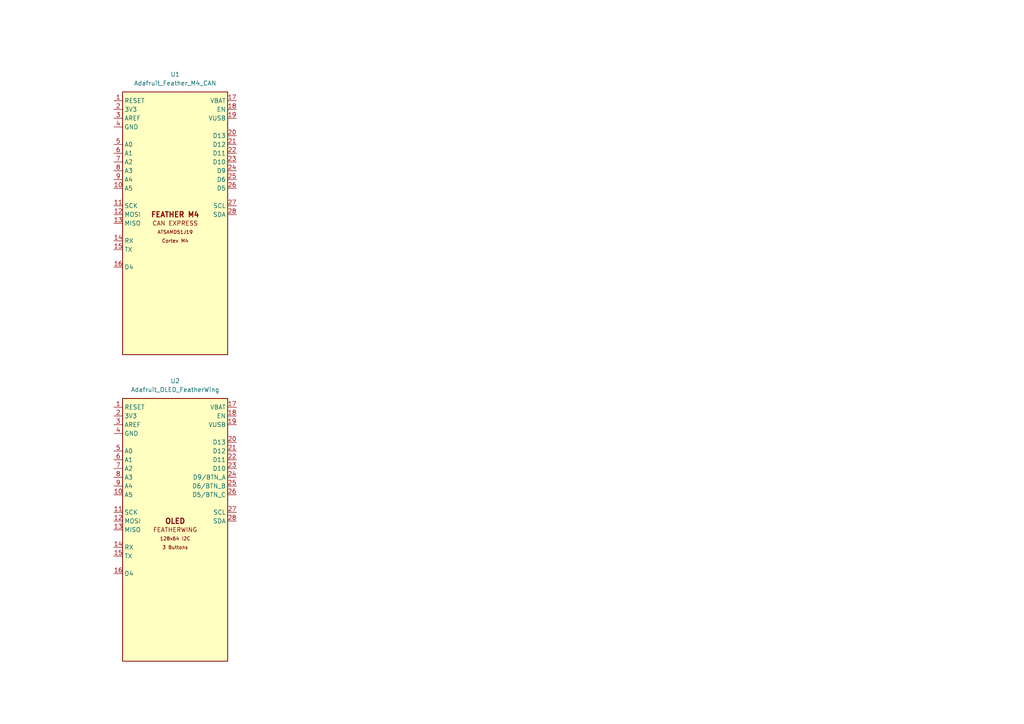
<source format=kicad_sch>
(kicad_sch (version 20250114) (generator "eeschema") (generator_version "9.0")
  (paper "A4")
  (lib_symbols
    (symbol "Adafruit:Adafruit_Feather_M4_CAN"
      (property "Reference" "U" (at 0 39.37 0))
      (property "Value" "Adafruit_Feather_M4_CAN" (at 0 -39.37 0))
      (symbol "Adafruit_Feather_M4_CAN_1_1"
        (rectangle (start -15.24 38.1) (end 15.24 -38.1) (stroke (width 0.254)) (fill (type background)))
        (text "FEATHER M4" (at 0 2.54 0) (effects (font (size 1.5 1.5) (bold yes))))
        (text "CAN EXPRESS" (at 0 0 0) (effects (font (size 1.27 1.27))))
        (text "ATSAMD51J19" (at 0 -2.54 0) (effects (font (size 1 1))))
        (text "Cortex M4" (at 0 -5.08 0) (effects (font (size 1 1))))
        (pin input line (at -17.78 35.56 0) (length 2.54) (name "RESET") (number "1"))
        (pin power_out line (at -17.78 33.02 0) (length 2.54) (name "3V3") (number "2"))
        (pin passive line (at -17.78 30.48 0) (length 2.54) (name "AREF") (number "3"))
        (pin power_in line (at -17.78 27.94 0) (length 2.54) (name "GND") (number "4"))
        (pin bidirectional line (at -17.78 22.86 0) (length 2.54) (name "A0") (number "5"))
        (pin bidirectional line (at -17.78 20.32 0) (length 2.54) (name "A1") (number "6"))
        (pin bidirectional line (at -17.78 17.78 0) (length 2.54) (name "A2") (number "7"))
        (pin bidirectional line (at -17.78 15.24 0) (length 2.54) (name "A3") (number "8"))
        (pin bidirectional line (at -17.78 12.7 0) (length 2.54) (name "A4") (number "9"))
        (pin bidirectional line (at -17.78 10.16 0) (length 2.54) (name "A5") (number "10"))
        (pin bidirectional line (at -17.78 5.08 0) (length 2.54) (name "SCK") (number "11"))
        (pin bidirectional line (at -17.78 2.54 0) (length 2.54) (name "MOSI") (number "12"))
        (pin bidirectional line (at -17.78 0 0) (length 2.54) (name "MISO") (number "13"))
        (pin bidirectional line (at -17.78 -5.08 0) (length 2.54) (name "RX") (number "14"))
        (pin bidirectional line (at -17.78 -7.62 0) (length 2.54) (name "TX") (number "15"))
        (pin bidirectional line (at -17.78 -12.7 0) (length 2.54) (name "D4") (number "16"))
        (pin power_in line (at 17.78 35.56 180) (length 2.54) (name "VBAT") (number "17"))
        (pin input line (at 17.78 33.02 180) (length 2.54) (name "EN") (number "18"))
        (pin power_out line (at 17.78 30.48 180) (length 2.54) (name "VUSB") (number "19"))
        (pin bidirectional line (at 17.78 25.4 180) (length 2.54) (name "D13") (number "20"))
        (pin bidirectional line (at 17.78 22.86 180) (length 2.54) (name "D12") (number "21"))
        (pin bidirectional line (at 17.78 20.32 180) (length 2.54) (name "D11") (number "22"))
        (pin bidirectional line (at 17.78 17.78 180) (length 2.54) (name "D10") (number "23"))
        (pin bidirectional line (at 17.78 15.24 180) (length 2.54) (name "D9") (number "24"))
        (pin bidirectional line (at 17.78 12.7 180) (length 2.54) (name "D6") (number "25"))
        (pin bidirectional line (at 17.78 10.16 180) (length 2.54) (name "D5") (number "26"))
        (pin bidirectional line (at 17.78 5.08 180) (length 2.54) (name "SCL") (number "27"))
        (pin bidirectional line (at 17.78 2.54 180) (length 2.54) (name "SDA") (number "28"))
      )
    )
    (symbol "Adafruit:Adafruit_OLED_FeatherWing"
      (property "Reference" "U" (at 0 39.37 0))
      (property "Value" "Adafruit_OLED_FeatherWing" (at 0 -39.37 0))
      (symbol "Adafruit_OLED_FeatherWing_1_1"
        (rectangle (start -15.24 38.1) (end 15.24 -38.1) (stroke (width 0.254)) (fill (type background)))
        (text "OLED" (at 0 2.54 0) (effects (font (size 1.5 1.5) (bold yes))))
        (text "FEATHERWING" (at 0 0 0) (effects (font (size 1.27 1.27))))
        (text "128x64 I2C" (at 0 -2.54 0) (effects (font (size 1 1))))
        (text "3 Buttons" (at 0 -5.08 0) (effects (font (size 1 1))))
        (pin input line (at -17.78 35.56 0) (length 2.54) (name "RESET") (number "1"))
        (pin power_out line (at -17.78 33.02 0) (length 2.54) (name "3V3") (number "2"))
        (pin passive line (at -17.78 30.48 0) (length 2.54) (name "AREF") (number "3"))
        (pin power_in line (at -17.78 27.94 0) (length 2.54) (name "GND") (number "4"))
        (pin bidirectional line (at -17.78 22.86 0) (length 2.54) (name "A0") (number "5"))
        (pin bidirectional line (at -17.78 20.32 0) (length 2.54) (name "A1") (number "6"))
        (pin bidirectional line (at -17.78 17.78 0) (length 2.54) (name "A2") (number "7"))
        (pin bidirectional line (at -17.78 15.24 0) (length 2.54) (name "A3") (number "8"))
        (pin bidirectional line (at -17.78 12.7 0) (length 2.54) (name "A4") (number "9"))
        (pin bidirectional line (at -17.78 10.16 0) (length 2.54) (name "A5") (number "10"))
        (pin bidirectional line (at -17.78 5.08 0) (length 2.54) (name "SCK") (number "11"))
        (pin bidirectional line (at -17.78 2.54 0) (length 2.54) (name "MOSI") (number "12"))
        (pin bidirectional line (at -17.78 0 0) (length 2.54) (name "MISO") (number "13"))
        (pin bidirectional line (at -17.78 -5.08 0) (length 2.54) (name "RX") (number "14"))
        (pin bidirectional line (at -17.78 -7.62 0) (length 2.54) (name "TX") (number "15"))
        (pin bidirectional line (at -17.78 -12.7 0) (length 2.54) (name "D4") (number "16"))
        (pin power_in line (at 17.78 35.56 180) (length 2.54) (name "VBAT") (number "17"))
        (pin input line (at 17.78 33.02 180) (length 2.54) (name "EN") (number "18"))
        (pin power_out line (at 17.78 30.48 180) (length 2.54) (name "VUSB") (number "19"))
        (pin bidirectional line (at 17.78 25.4 180) (length 2.54) (name "D13") (number "20"))
        (pin bidirectional line (at 17.78 22.86 180) (length 2.54) (name "D12") (number "21"))
        (pin bidirectional line (at 17.78 20.32 180) (length 2.54) (name "D11") (number "22"))
        (pin bidirectional line (at 17.78 17.78 180) (length 2.54) (name "D10") (number "23"))
        (pin bidirectional line (at 17.78 15.24 180) (length 2.54) (name "D9/BTN_A") (number "24"))
        (pin bidirectional line (at 17.78 12.7 180) (length 2.54) (name "D6/BTN_B") (number "25"))
        (pin bidirectional line (at 17.78 10.16 180) (length 2.54) (name "D5/BTN_C") (number "26"))
        (pin bidirectional line (at 17.78 5.08 180) (length 2.54) (name "SCL") (number "27"))
        (pin bidirectional line (at 17.78 2.54 180) (length 2.54) (name "SDA") (number "28"))
      )
    )
  )
  (label "OLED FEATHERWING" (at 311.15 196.85 0))
  (symbol (lib_id "Adafruit:Adafruit_OLED_FeatherWing") (at 50.8 153.67 0) (unit 1)
    (property "Reference" "U2" (at 50.8 110.49 0))
    (property "Value" "Adafruit_OLED_FeatherWing" (at 50.8 113.03 0))
    (property "Footprint" "Adafruit_Modules:Adafruit_OLED_FeatherWing" (effects (hide yes)))
    (property "Datasheet" "https://www.adafruit.com/product/4650" (effects (hide yes)))
    (property "Description" "Adafruit OLED FeatherWing - 128x64 OLED Add-on For Feather" (effects (hide yes)))
    (property "Manufacturer" "Adafruit" (effects (hide yes)))
    (property "MPN" "4650" (effects (hide yes)))
  )
  (symbol (lib_id "Adafruit:Adafruit_Feather_M4_CAN") (at 50.8 64.77 0) (unit 1)
    (property "Reference" "U1" (at 50.8 21.59 0))
    (property "Value" "Adafruit_Feather_M4_CAN" (at 50.8 24.13 0))
    (property "Footprint" "Adafruit_Modules:Adafruit_Feather_M4_CAN" (effects (hide yes)))
    (property "Datasheet" "https://www.adafruit.com/product/4759" (effects (hide yes)))
    (property "Description" "Adafruit Feather M4 CAN Express - ATSAMD51 Cortex M4" (effects (hide yes)))
    (property "Manufacturer" "Adafruit" (effects (hide yes)))
    (property "MPN" "4759" (effects (hide yes)))
  )
)
</source>
